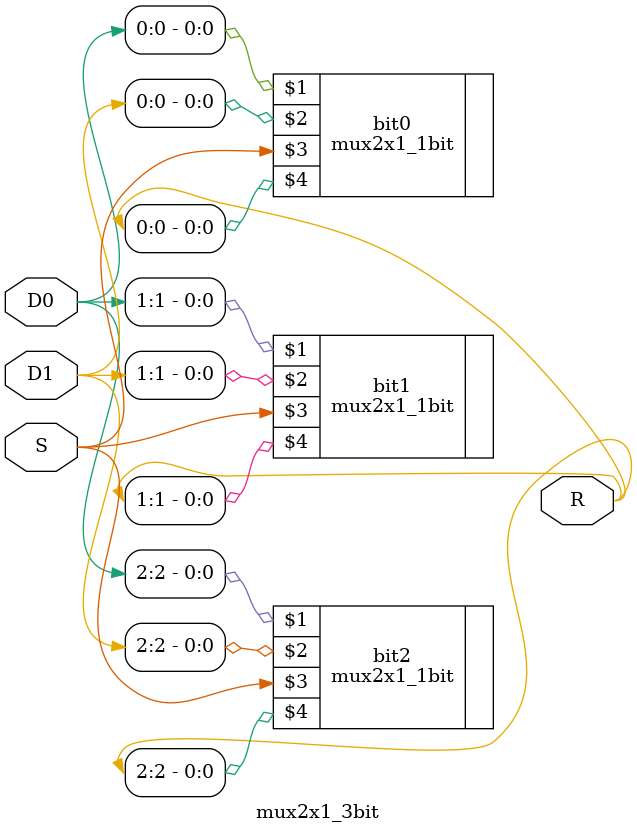
<source format=v>
module mux2x1_3bit(
	input [2:0]D0,
	input [2:0]D1,
	input S,
	output [2:0] R
);

	// derivinng 1 bit 2x1 mux to 3 bit 2x1 mux with muxing all the bits.

	mux2x1_1bit bit2(D0[2],D1[2],S,R[2]);
	mux2x1_1bit bit1(D0[1],D1[1],S,R[1]);
	mux2x1_1bit bit0(D0[0],D1[0],S,R[0]);


endmodule
</source>
